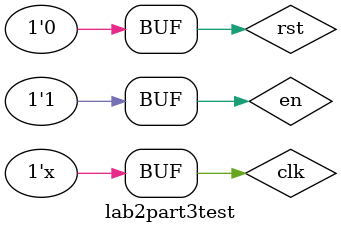
<source format=v>
module lab2part3(
input wire clk,
input wire rst,
input wire en,
output reg [15:0] Q
); //16비트 카운터의 포트 선언

always @(posedge clk, posedge rst) // active high, asynchronous reset
if(rst) Q <= 16'b0;
else if(en) Q <= Q + 16'b1; // enable이 1일 때 카운터에 +1
endmodule


`timescale 10ps/10ps // timescale 선언
module lab2part3test();
reg clk;
reg rst;
reg en; 
wire [15:0] Q; // test bench에서 사용할 데이터 할당

initial begin
clk = 0;
rst = 0;
en = 1;
#5 rst = 1;
#5 rst = 0; // 초기값 저장
end


lab2part3 u(.clk(clk), .rst(rst), .en(en), .Q(Q)); // counter module instantiation

always #5 clk = ~clk;

endmodule

</source>
